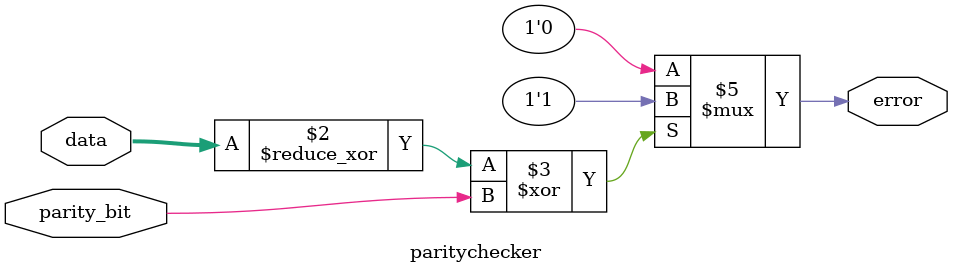
<source format=v>
module paritychecker (
    input [7:0] data,        // 8-bit data
    input parity_bit,        // Provided parity bit
    output reg error         // Output: 1 if parity error, else 0
);

    always @(*) begin
        // Even parity: parity_bit should make total number of 1's even
        if (^data ^ parity_bit) // ^ is reduction XOR
            error = 1; // Parity error
        else
            error = 0; // No error
    end

endmodule


</source>
